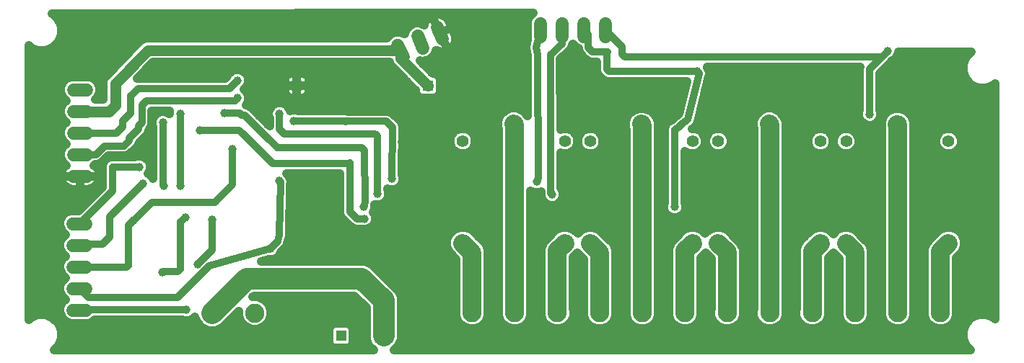
<source format=gbl>
G75*
%MOIN*%
%OFA0B0*%
%FSLAX25Y25*%
%IPPOS*%
%LPD*%
%AMOC8*
5,1,8,0,0,1.08239X$1,22.5*
%
%ADD10C,0.08858*%
%ADD11C,0.05543*%
%ADD12R,0.05150X0.05150*%
%ADD13C,0.06000*%
%ADD14C,0.04000*%
%ADD15C,0.03962*%
%ADD16C,0.03200*%
%ADD17C,0.08600*%
%ADD18C,0.10000*%
%ADD19C,0.05000*%
D10*
X0093768Y0026012D03*
X0113453Y0026012D03*
X0213827Y0026150D03*
X0233512Y0026150D03*
X0253197Y0026150D03*
X0272803Y0026150D03*
X0292488Y0026150D03*
X0312173Y0026150D03*
X0331661Y0026150D03*
X0351346Y0026150D03*
X0371031Y0026150D03*
X0390815Y0026169D03*
X0410500Y0026169D03*
X0430185Y0026169D03*
D11*
X0433886Y0058256D03*
X0386642Y0058256D03*
X0374772Y0058315D03*
X0327528Y0058315D03*
X0315717Y0058276D03*
X0268472Y0058276D03*
X0256740Y0058354D03*
X0209496Y0058354D03*
X0209496Y0105598D03*
X0233118Y0113472D03*
X0256740Y0105598D03*
X0268472Y0105520D03*
X0292094Y0113394D03*
X0315717Y0105520D03*
X0327528Y0105559D03*
X0351150Y0113433D03*
X0374772Y0105559D03*
X0386642Y0105500D03*
X0410264Y0113374D03*
X0433886Y0105500D03*
D12*
X0193492Y0131228D03*
X0132862Y0131228D03*
X0153335Y0015480D03*
X0173020Y0015480D03*
D13*
X0035606Y0027370D02*
X0029606Y0027370D01*
X0029606Y0037370D02*
X0035606Y0037370D01*
X0035606Y0047370D02*
X0029606Y0047370D01*
X0029606Y0057370D02*
X0035606Y0057370D01*
X0035606Y0067370D02*
X0029606Y0067370D01*
X0029843Y0089339D02*
X0035843Y0089339D01*
X0035843Y0099339D02*
X0029843Y0099339D01*
X0029843Y0109339D02*
X0035843Y0109339D01*
X0035843Y0119339D02*
X0029843Y0119339D01*
X0029843Y0129339D02*
X0035843Y0129339D01*
X0179598Y0149879D02*
X0182134Y0144441D01*
X0191197Y0148667D02*
X0188661Y0154105D01*
X0197724Y0158331D02*
X0200260Y0152893D01*
X0245402Y0153937D02*
X0245402Y0159937D01*
X0255402Y0159937D02*
X0255402Y0153937D01*
X0265402Y0153937D02*
X0265402Y0159937D01*
X0275402Y0159937D02*
X0275402Y0153937D01*
D14*
X0022761Y0010838D02*
X0020807Y0008883D01*
X0168303Y0008883D01*
X0166238Y0010949D01*
X0165020Y0013889D01*
X0165020Y0028485D01*
X0159608Y0033898D01*
X0112967Y0033898D01*
X0112511Y0033441D01*
X0114930Y0033441D01*
X0117661Y0032310D01*
X0119751Y0030220D01*
X0120882Y0027490D01*
X0120882Y0024534D01*
X0119751Y0021804D01*
X0117661Y0019714D01*
X0114930Y0018583D01*
X0111975Y0018583D01*
X0109244Y0019714D01*
X0107155Y0021804D01*
X0106024Y0024534D01*
X0106024Y0026954D01*
X0098299Y0019230D01*
X0095359Y0018012D01*
X0092176Y0018012D01*
X0089236Y0019230D01*
X0086986Y0021480D01*
X0085822Y0024289D01*
X0084719Y0023187D01*
X0082888Y0022428D01*
X0080907Y0022428D01*
X0079987Y0022809D01*
X0039531Y0022809D01*
X0039005Y0022284D01*
X0036800Y0021370D01*
X0028413Y0021370D01*
X0026208Y0022284D01*
X0024520Y0023971D01*
X0023606Y0026177D01*
X0023606Y0028564D01*
X0024520Y0030769D01*
X0026121Y0032370D01*
X0024520Y0033971D01*
X0023606Y0036177D01*
X0023606Y0038564D01*
X0024520Y0040769D01*
X0026121Y0042370D01*
X0024520Y0043971D01*
X0023606Y0046177D01*
X0023606Y0048564D01*
X0024520Y0050769D01*
X0026121Y0052370D01*
X0024520Y0053971D01*
X0023606Y0056177D01*
X0023606Y0058564D01*
X0024520Y0060769D01*
X0026121Y0062370D01*
X0024520Y0063971D01*
X0023606Y0066177D01*
X0023606Y0068564D01*
X0024520Y0070769D01*
X0026208Y0072457D01*
X0028413Y0073370D01*
X0032101Y0073370D01*
X0043085Y0084354D01*
X0043085Y0094545D01*
X0043785Y0096236D01*
X0045079Y0097530D01*
X0046770Y0098230D01*
X0058215Y0098230D01*
X0059135Y0098611D01*
X0061117Y0098611D01*
X0062948Y0097853D01*
X0064349Y0096451D01*
X0065107Y0094621D01*
X0065107Y0092639D01*
X0064349Y0090808D01*
X0064038Y0090497D01*
X0064719Y0090215D01*
X0066120Y0088814D01*
X0066431Y0088063D01*
X0066431Y0112231D01*
X0066050Y0113151D01*
X0066050Y0115133D01*
X0066809Y0116963D01*
X0068210Y0118364D01*
X0070041Y0119123D01*
X0072022Y0119123D01*
X0073853Y0118364D01*
X0074082Y0118136D01*
X0074082Y0119306D01*
X0074212Y0119620D01*
X0065946Y0119620D01*
X0065946Y0113227D01*
X0065246Y0111536D01*
X0064372Y0110662D01*
X0064372Y0110156D01*
X0063671Y0108465D01*
X0062377Y0107171D01*
X0060009Y0104803D01*
X0059341Y0103190D01*
X0058047Y0101896D01*
X0058047Y0101896D01*
X0055606Y0099455D01*
X0053915Y0098754D01*
X0045890Y0098754D01*
X0043868Y0096733D01*
X0043868Y0096733D01*
X0042574Y0095439D01*
X0040884Y0094739D01*
X0039728Y0094739D01*
X0039261Y0094272D01*
X0039751Y0093915D01*
X0040419Y0093247D01*
X0040974Y0092483D01*
X0041403Y0091642D01*
X0041695Y0090744D01*
X0041843Y0089811D01*
X0041843Y0089339D01*
X0032843Y0089339D01*
X0032843Y0089339D01*
X0041842Y0089339D01*
X0041843Y0088866D01*
X0041695Y0087934D01*
X0041403Y0087035D01*
X0040974Y0086194D01*
X0040419Y0085430D01*
X0039751Y0084762D01*
X0038987Y0084207D01*
X0038146Y0083778D01*
X0037248Y0083486D01*
X0036315Y0083339D01*
X0032843Y0083339D01*
X0032843Y0089338D01*
X0032842Y0089338D01*
X0032842Y0083339D01*
X0029370Y0083339D01*
X0028438Y0083486D01*
X0027539Y0083778D01*
X0026698Y0084207D01*
X0025934Y0084762D01*
X0025266Y0085430D01*
X0024711Y0086194D01*
X0024282Y0087035D01*
X0023990Y0087934D01*
X0023843Y0088866D01*
X0023843Y0089339D01*
X0032842Y0089339D01*
X0032842Y0089339D01*
X0023843Y0089339D01*
X0023843Y0089811D01*
X0023990Y0090744D01*
X0024282Y0091642D01*
X0024711Y0092483D01*
X0025266Y0093247D01*
X0025934Y0093915D01*
X0026424Y0094272D01*
X0024756Y0095940D01*
X0023843Y0098145D01*
X0023843Y0100532D01*
X0024756Y0102737D01*
X0026357Y0104339D01*
X0024756Y0105940D01*
X0023843Y0108145D01*
X0023843Y0110532D01*
X0024756Y0112737D01*
X0026357Y0114339D01*
X0024756Y0115940D01*
X0023843Y0118145D01*
X0023843Y0120532D01*
X0024756Y0122737D01*
X0026357Y0124339D01*
X0024756Y0125940D01*
X0023843Y0128145D01*
X0023843Y0130532D01*
X0024756Y0132737D01*
X0026444Y0134425D01*
X0028649Y0135339D01*
X0037036Y0135339D01*
X0039241Y0134425D01*
X0040929Y0132737D01*
X0041843Y0130532D01*
X0041843Y0128145D01*
X0040929Y0125940D01*
X0039828Y0124839D01*
X0043484Y0124839D01*
X0043484Y0132009D01*
X0043467Y0133057D01*
X0043484Y0133101D01*
X0043484Y0133149D01*
X0043885Y0134118D01*
X0044270Y0135092D01*
X0044303Y0135127D01*
X0044322Y0135171D01*
X0045063Y0135912D01*
X0059382Y0150717D01*
X0059400Y0150761D01*
X0060141Y0151502D01*
X0060870Y0152256D01*
X0060914Y0152275D01*
X0060947Y0152308D01*
X0061916Y0152709D01*
X0062877Y0153127D01*
X0062925Y0153127D01*
X0062969Y0153146D01*
X0064017Y0153146D01*
X0065065Y0153163D01*
X0065109Y0153146D01*
X0174454Y0153146D01*
X0175981Y0154812D01*
X0178144Y0155821D01*
X0180529Y0155925D01*
X0182657Y0155150D01*
X0183431Y0157278D01*
X0185044Y0159038D01*
X0187207Y0160047D01*
X0189592Y0160151D01*
X0191809Y0159344D01*
X0191925Y0159939D01*
X0192248Y0160827D01*
X0192706Y0161653D01*
X0193287Y0162397D01*
X0193978Y0163041D01*
X0194761Y0163569D01*
X0195189Y0163769D01*
X0198992Y0155612D01*
X0195189Y0163769D01*
X0195617Y0163968D01*
X0196524Y0164229D01*
X0197462Y0164344D01*
X0198406Y0164311D01*
X0199333Y0164131D01*
X0200220Y0163808D01*
X0201046Y0163350D01*
X0201790Y0162768D01*
X0202435Y0162078D01*
X0202963Y0161295D01*
X0204430Y0158148D01*
X0198992Y0155612D01*
X0198992Y0155612D01*
X0198992Y0155612D01*
X0202796Y0147455D01*
X0203224Y0147655D01*
X0204007Y0148183D01*
X0204697Y0148827D01*
X0205279Y0149571D01*
X0205737Y0150397D01*
X0206060Y0151285D01*
X0206240Y0152212D01*
X0206273Y0153156D01*
X0206158Y0154093D01*
X0205897Y0155001D01*
X0204430Y0158148D01*
X0198992Y0155612D01*
X0198992Y0155612D01*
X0202796Y0147455D01*
X0202368Y0147256D01*
X0201460Y0146995D01*
X0200523Y0146880D01*
X0199579Y0146913D01*
X0198652Y0147093D01*
X0197764Y0147416D01*
X0197234Y0147710D01*
X0196427Y0145493D01*
X0194814Y0143733D01*
X0192651Y0142725D01*
X0190266Y0142621D01*
X0189656Y0142843D01*
X0195695Y0136803D01*
X0196664Y0136803D01*
X0197766Y0136346D01*
X0198610Y0135503D01*
X0199067Y0134400D01*
X0199067Y0128057D01*
X0198610Y0126954D01*
X0197766Y0126110D01*
X0196664Y0125654D01*
X0190321Y0125654D01*
X0189218Y0126110D01*
X0188374Y0126954D01*
X0187917Y0128057D01*
X0187917Y0129025D01*
X0177751Y0139192D01*
X0176203Y0140739D01*
X0175621Y0142146D01*
X0066395Y0142146D01*
X0059105Y0134608D01*
X0099874Y0134608D01*
X0100798Y0135531D01*
X0101179Y0136451D01*
X0102580Y0137853D01*
X0104411Y0138611D01*
X0106392Y0138611D01*
X0108223Y0137853D01*
X0109624Y0136451D01*
X0110383Y0134621D01*
X0110383Y0132639D01*
X0109624Y0130808D01*
X0108430Y0129614D01*
X0109821Y0128223D01*
X0110580Y0126392D01*
X0110580Y0124411D01*
X0109821Y0122580D01*
X0109447Y0122206D01*
X0109624Y0122206D01*
X0111314Y0121506D01*
X0120290Y0112531D01*
X0120290Y0116286D01*
X0119909Y0117206D01*
X0119909Y0119188D01*
X0120667Y0121018D01*
X0122068Y0122420D01*
X0123899Y0123178D01*
X0125881Y0123178D01*
X0127711Y0122420D01*
X0129113Y0121018D01*
X0129751Y0119477D01*
X0130513Y0119792D01*
X0132495Y0119792D01*
X0133415Y0119411D01*
X0156395Y0119411D01*
X0156490Y0119372D01*
X0175057Y0119372D01*
X0176747Y0118671D01*
X0179675Y0115744D01*
X0179693Y0115736D01*
X0180321Y0115098D01*
X0180955Y0114464D01*
X0180962Y0114446D01*
X0180976Y0114431D01*
X0181312Y0113601D01*
X0181655Y0112773D01*
X0181655Y0112753D01*
X0181663Y0112735D01*
X0181655Y0111839D01*
X0181655Y0110943D01*
X0181648Y0110925D01*
X0181474Y0090030D01*
X0181839Y0089148D01*
X0181839Y0087167D01*
X0181081Y0085336D01*
X0179680Y0083935D01*
X0177849Y0083176D01*
X0175867Y0083176D01*
X0174844Y0083600D01*
X0174844Y0083116D01*
X0175265Y0082101D01*
X0175265Y0080119D01*
X0174506Y0078289D01*
X0173105Y0076887D01*
X0171274Y0076129D01*
X0169293Y0076129D01*
X0168851Y0076312D01*
X0168817Y0076229D01*
X0168847Y0076156D01*
X0168847Y0074175D01*
X0168197Y0072604D01*
X0168286Y0072514D01*
X0169044Y0070684D01*
X0169044Y0068702D01*
X0168286Y0066871D01*
X0166885Y0065470D01*
X0165054Y0064712D01*
X0163072Y0064712D01*
X0162342Y0065014D01*
X0159841Y0065014D01*
X0158150Y0065714D01*
X0156856Y0067008D01*
X0153588Y0070276D01*
X0152888Y0071967D01*
X0152888Y0090683D01*
X0128109Y0090683D01*
X0128916Y0089877D01*
X0129674Y0088046D01*
X0129674Y0087997D01*
X0129962Y0087301D01*
X0129962Y0087250D01*
X0129980Y0087204D01*
X0129962Y0086337D01*
X0129962Y0085471D01*
X0129943Y0085424D01*
X0129456Y0062341D01*
X0129523Y0061734D01*
X0129437Y0061434D01*
X0129430Y0061122D01*
X0129184Y0060563D01*
X0128605Y0058559D01*
X0128610Y0058370D01*
X0128352Y0057686D01*
X0128148Y0056984D01*
X0128030Y0056836D01*
X0127963Y0056658D01*
X0127462Y0056125D01*
X0127006Y0055554D01*
X0126840Y0055463D01*
X0125579Y0054122D01*
X0125136Y0053052D01*
X0123735Y0051651D01*
X0121904Y0050893D01*
X0120163Y0050893D01*
X0116570Y0049898D01*
X0164513Y0049898D01*
X0167453Y0048680D01*
X0177551Y0038581D01*
X0179802Y0036331D01*
X0181020Y0033391D01*
X0181020Y0013889D01*
X0179802Y0010949D01*
X0177737Y0008883D01*
X0444051Y0008883D01*
X0442018Y0010917D01*
X0440633Y0014261D01*
X0440633Y0017881D01*
X0442018Y0021225D01*
X0444578Y0023785D01*
X0447922Y0025170D01*
X0451542Y0025170D01*
X0454887Y0023785D01*
X0455502Y0023169D01*
X0455502Y0132229D01*
X0454879Y0131605D01*
X0451534Y0130220D01*
X0447914Y0130220D01*
X0444570Y0131605D01*
X0442010Y0134165D01*
X0440625Y0137509D01*
X0440625Y0141129D01*
X0442010Y0144473D01*
X0444339Y0146802D01*
X0410619Y0146802D01*
X0410619Y0146182D01*
X0409861Y0144352D01*
X0408459Y0142950D01*
X0407943Y0142736D01*
X0407097Y0141890D01*
X0407097Y0141890D01*
X0402088Y0136882D01*
X0402088Y0119871D01*
X0402469Y0118951D01*
X0402469Y0116970D01*
X0401711Y0115139D01*
X0400310Y0113738D01*
X0398479Y0112980D01*
X0396497Y0112980D01*
X0394667Y0113738D01*
X0393265Y0115139D01*
X0392507Y0116970D01*
X0392507Y0118951D01*
X0392888Y0119871D01*
X0392888Y0139702D01*
X0392968Y0139896D01*
X0322328Y0139896D01*
X0322407Y0139705D01*
X0322648Y0139464D01*
X0322865Y0138940D01*
X0323158Y0138454D01*
X0323212Y0138102D01*
X0323348Y0137773D01*
X0323348Y0137206D01*
X0323433Y0136644D01*
X0323348Y0136299D01*
X0323348Y0135943D01*
X0323131Y0135419D01*
X0318001Y0114633D01*
X0317918Y0113986D01*
X0317784Y0113752D01*
X0317719Y0113490D01*
X0317332Y0112964D01*
X0317008Y0112398D01*
X0316794Y0112233D01*
X0316634Y0112016D01*
X0316076Y0111679D01*
X0315574Y0111291D01*
X0316865Y0111291D01*
X0318986Y0110413D01*
X0320609Y0108789D01*
X0321488Y0106668D01*
X0321488Y0104372D01*
X0320609Y0102250D01*
X0318986Y0100627D01*
X0316865Y0099748D01*
X0314568Y0099748D01*
X0312447Y0100627D01*
X0312077Y0100997D01*
X0312051Y0077032D01*
X0312430Y0076117D01*
X0312430Y0074135D01*
X0311672Y0072304D01*
X0310270Y0070903D01*
X0308440Y0070145D01*
X0306458Y0070145D01*
X0304627Y0070903D01*
X0303226Y0072304D01*
X0302468Y0074135D01*
X0302468Y0076117D01*
X0302851Y0077042D01*
X0302888Y0110439D01*
X0302798Y0110905D01*
X0302889Y0111345D01*
X0302889Y0111794D01*
X0303071Y0112233D01*
X0303167Y0112698D01*
X0303419Y0113069D01*
X0303591Y0113484D01*
X0303928Y0113819D01*
X0304194Y0114213D01*
X0304569Y0114459D01*
X0304887Y0114777D01*
X0305326Y0114958D01*
X0306335Y0115623D01*
X0307636Y0116731D01*
X0307693Y0116830D01*
X0308330Y0117322D01*
X0308942Y0117843D01*
X0309051Y0117878D01*
X0309391Y0118141D01*
X0313108Y0133203D01*
X0276258Y0133203D01*
X0274568Y0133903D01*
X0273274Y0135197D01*
X0272250Y0136221D01*
X0271550Y0137912D01*
X0271550Y0142376D01*
X0268502Y0142376D01*
X0266812Y0143077D01*
X0265518Y0144371D01*
X0263707Y0146182D01*
X0263006Y0147872D01*
X0263006Y0148435D01*
X0262003Y0148850D01*
X0260402Y0150452D01*
X0260002Y0150052D01*
X0260002Y0149487D01*
X0259963Y0149395D01*
X0259959Y0149295D01*
X0259615Y0148552D01*
X0259301Y0147796D01*
X0259231Y0147726D01*
X0259189Y0147635D01*
X0258586Y0147081D01*
X0258007Y0146502D01*
X0257915Y0146464D01*
X0254617Y0143430D01*
X0254756Y0111024D01*
X0255592Y0111370D01*
X0257888Y0111370D01*
X0260010Y0110491D01*
X0261633Y0108868D01*
X0262512Y0106746D01*
X0262512Y0104450D01*
X0261633Y0102329D01*
X0260010Y0100705D01*
X0257888Y0099827D01*
X0255592Y0099827D01*
X0254803Y0100154D01*
X0254873Y0083880D01*
X0255057Y0083696D01*
X0255816Y0081865D01*
X0255816Y0079883D01*
X0255057Y0078052D01*
X0253656Y0076651D01*
X0251825Y0075893D01*
X0249844Y0075893D01*
X0248013Y0076651D01*
X0246612Y0078052D01*
X0245854Y0079883D01*
X0245854Y0080094D01*
X0245687Y0080490D01*
X0245687Y0080501D01*
X0245683Y0080510D01*
X0245683Y0081416D01*
X0245680Y0082244D01*
X0244699Y0081838D01*
X0242718Y0081838D01*
X0240887Y0082596D01*
X0240812Y0082671D01*
X0240812Y0027939D01*
X0240941Y0027627D01*
X0240941Y0024672D01*
X0239810Y0021941D01*
X0237720Y0019851D01*
X0234990Y0018720D01*
X0232034Y0018720D01*
X0229304Y0019851D01*
X0227214Y0021941D01*
X0226083Y0024672D01*
X0226083Y0027627D01*
X0226212Y0027939D01*
X0226212Y0111070D01*
X0225818Y0112020D01*
X0225818Y0114924D01*
X0226929Y0117608D01*
X0228983Y0119661D01*
X0231666Y0120772D01*
X0234570Y0120772D01*
X0237253Y0119661D01*
X0237647Y0119267D01*
X0239580Y0117334D01*
X0239465Y0145089D01*
X0239043Y0147175D01*
X0238980Y0147279D01*
X0238862Y0148068D01*
X0238704Y0148850D01*
X0238727Y0148969D01*
X0238709Y0149089D01*
X0238902Y0149863D01*
X0239055Y0150647D01*
X0239121Y0150747D01*
X0239537Y0152417D01*
X0239402Y0152744D01*
X0239402Y0161130D01*
X0240315Y0163336D01*
X0241985Y0165005D01*
X0019695Y0164602D01*
X0020091Y0164438D01*
X0022651Y0161879D01*
X0024036Y0158534D01*
X0024036Y0154914D01*
X0022651Y0151570D01*
X0020091Y0149010D01*
X0016747Y0147625D01*
X0013127Y0147625D01*
X0009783Y0149010D01*
X0009049Y0149744D01*
X0009189Y0023002D01*
X0009893Y0023706D01*
X0013237Y0025091D01*
X0016857Y0025091D01*
X0020202Y0023706D01*
X0022761Y0021146D01*
X0024146Y0017802D01*
X0024146Y0014182D01*
X0022761Y0010838D01*
X0021210Y0009287D02*
X0167899Y0009287D01*
X0165270Y0013285D02*
X0158909Y0013285D01*
X0158909Y0012309D02*
X0158453Y0011206D01*
X0157609Y0010362D01*
X0156506Y0009906D01*
X0150163Y0009906D01*
X0149060Y0010362D01*
X0148217Y0011206D01*
X0147760Y0012309D01*
X0147760Y0018652D01*
X0148217Y0019754D01*
X0149060Y0020598D01*
X0150163Y0021055D01*
X0156506Y0021055D01*
X0157609Y0020598D01*
X0158453Y0019754D01*
X0158909Y0018652D01*
X0158909Y0012309D01*
X0158909Y0017284D02*
X0165020Y0017284D01*
X0165020Y0021282D02*
X0119230Y0021282D01*
X0120882Y0025281D02*
X0165020Y0025281D01*
X0164226Y0029279D02*
X0120140Y0029279D01*
X0115324Y0033278D02*
X0160227Y0033278D01*
X0178856Y0037276D02*
X0206527Y0037276D01*
X0206527Y0041275D02*
X0174858Y0041275D01*
X0170859Y0045273D02*
X0206527Y0045273D01*
X0206527Y0049272D02*
X0166023Y0049272D01*
X0202196Y0056902D02*
X0203307Y0054219D01*
X0206527Y0051000D01*
X0206527Y0027939D01*
X0206398Y0027627D01*
X0206398Y0024672D01*
X0207529Y0021941D01*
X0209619Y0019851D01*
X0212349Y0018720D01*
X0215305Y0018720D01*
X0218035Y0019851D01*
X0220125Y0021941D01*
X0221256Y0024672D01*
X0221256Y0027627D01*
X0221127Y0027939D01*
X0221127Y0055476D01*
X0220015Y0058159D01*
X0217962Y0060212D01*
X0213631Y0064543D01*
X0210948Y0065654D01*
X0208044Y0065654D01*
X0205361Y0064543D01*
X0203307Y0062489D01*
X0202196Y0059806D01*
X0202196Y0056902D01*
X0202196Y0057269D02*
X0128231Y0057269D01*
X0129433Y0061268D02*
X0202801Y0061268D01*
X0207107Y0065266D02*
X0166392Y0065266D01*
X0159233Y0065266D02*
X0129517Y0065266D01*
X0129602Y0069265D02*
X0154600Y0069265D01*
X0152888Y0073263D02*
X0129686Y0073263D01*
X0129771Y0077262D02*
X0152888Y0077262D01*
X0152888Y0081260D02*
X0129855Y0081260D01*
X0129939Y0085259D02*
X0152888Y0085259D01*
X0152888Y0089257D02*
X0129172Y0089257D01*
X0168470Y0073263D02*
X0226212Y0073263D01*
X0226212Y0069265D02*
X0169044Y0069265D01*
X0173479Y0077262D02*
X0226212Y0077262D01*
X0226212Y0081260D02*
X0175265Y0081260D01*
X0181004Y0085259D02*
X0226212Y0085259D01*
X0226212Y0089257D02*
X0181794Y0089257D01*
X0181501Y0093256D02*
X0226212Y0093256D01*
X0226212Y0097254D02*
X0181534Y0097254D01*
X0181567Y0101253D02*
X0205679Y0101253D01*
X0206227Y0100705D02*
X0208348Y0099827D01*
X0210644Y0099827D01*
X0212765Y0100705D01*
X0214389Y0102329D01*
X0215268Y0104450D01*
X0215268Y0106746D01*
X0214389Y0108868D01*
X0212765Y0110491D01*
X0210644Y0111370D01*
X0208348Y0111370D01*
X0206227Y0110491D01*
X0204603Y0108868D01*
X0203724Y0106746D01*
X0203724Y0104450D01*
X0204603Y0102329D01*
X0206227Y0100705D01*
X0213313Y0101253D02*
X0226212Y0101253D01*
X0226212Y0105251D02*
X0215268Y0105251D01*
X0214007Y0109250D02*
X0226212Y0109250D01*
X0225818Y0113248D02*
X0181458Y0113248D01*
X0181634Y0109250D02*
X0204985Y0109250D01*
X0203724Y0105251D02*
X0181600Y0105251D01*
X0178172Y0117247D02*
X0226780Y0117247D01*
X0239564Y0121245D02*
X0128886Y0121245D01*
X0129992Y0125654D02*
X0132862Y0125654D01*
X0132862Y0131228D01*
X0132862Y0131228D01*
X0127287Y0131228D01*
X0127287Y0128358D01*
X0127403Y0127778D01*
X0127629Y0127233D01*
X0127957Y0126741D01*
X0128375Y0126323D01*
X0128866Y0125995D01*
X0129412Y0125769D01*
X0129992Y0125654D01*
X0132862Y0125654D02*
X0135732Y0125654D01*
X0136312Y0125769D01*
X0136858Y0125995D01*
X0137349Y0126323D01*
X0137767Y0126741D01*
X0138096Y0127233D01*
X0138322Y0127778D01*
X0138437Y0128358D01*
X0138437Y0131228D01*
X0132862Y0131228D01*
X0132862Y0131228D01*
X0132862Y0125654D01*
X0132862Y0129242D02*
X0132862Y0129242D01*
X0132862Y0131228D02*
X0132862Y0131228D01*
X0127287Y0131228D01*
X0127287Y0134099D01*
X0127403Y0134678D01*
X0127629Y0135224D01*
X0127957Y0135716D01*
X0128375Y0136133D01*
X0128866Y0136462D01*
X0129412Y0136688D01*
X0129992Y0136803D01*
X0132862Y0136803D01*
X0132862Y0131228D01*
X0132862Y0131228D01*
X0138437Y0131228D01*
X0138437Y0134099D01*
X0138322Y0134678D01*
X0138096Y0135224D01*
X0137767Y0135716D01*
X0137349Y0136133D01*
X0136858Y0136462D01*
X0136312Y0136688D01*
X0135732Y0136803D01*
X0132862Y0136803D01*
X0132862Y0131228D01*
X0127287Y0129242D02*
X0108802Y0129242D01*
X0110580Y0125244D02*
X0239547Y0125244D01*
X0239531Y0129242D02*
X0199067Y0129242D01*
X0187700Y0129242D02*
X0138437Y0129242D01*
X0138437Y0133241D02*
X0183702Y0133241D01*
X0179703Y0137239D02*
X0108837Y0137239D01*
X0110383Y0133241D02*
X0127287Y0133241D01*
X0132862Y0133241D02*
X0132862Y0133241D01*
X0120894Y0121245D02*
X0111575Y0121245D01*
X0115574Y0117247D02*
X0119909Y0117247D01*
X0119572Y0113248D02*
X0120290Y0113248D01*
X0067092Y0117247D02*
X0065946Y0117247D01*
X0065946Y0113248D02*
X0066050Y0113248D01*
X0066431Y0109250D02*
X0063996Y0109250D01*
X0066431Y0105251D02*
X0060457Y0105251D01*
X0057404Y0101253D02*
X0066431Y0101253D01*
X0066431Y0097254D02*
X0063546Y0097254D01*
X0065107Y0093256D02*
X0066431Y0093256D01*
X0066431Y0089257D02*
X0065677Y0089257D01*
X0044804Y0097254D02*
X0044389Y0097254D01*
X0043085Y0093256D02*
X0040411Y0093256D01*
X0041843Y0089257D02*
X0043085Y0089257D01*
X0043085Y0085259D02*
X0040248Y0085259D01*
X0032843Y0085259D02*
X0032842Y0085259D01*
X0032842Y0089257D02*
X0032843Y0089257D01*
X0025437Y0085259D02*
X0009120Y0085259D01*
X0009116Y0089257D02*
X0023843Y0089257D01*
X0025274Y0093256D02*
X0009111Y0093256D01*
X0009107Y0097254D02*
X0024212Y0097254D01*
X0024141Y0101253D02*
X0009103Y0101253D01*
X0009098Y0105251D02*
X0025445Y0105251D01*
X0023843Y0109250D02*
X0009094Y0109250D01*
X0009089Y0113248D02*
X0025267Y0113248D01*
X0024215Y0117247D02*
X0009085Y0117247D01*
X0009080Y0121245D02*
X0024138Y0121245D01*
X0025452Y0125244D02*
X0009076Y0125244D01*
X0009072Y0129242D02*
X0023843Y0129242D01*
X0025259Y0133241D02*
X0009067Y0133241D01*
X0009063Y0137239D02*
X0046347Y0137239D01*
X0043522Y0133241D02*
X0040426Y0133241D01*
X0041843Y0129242D02*
X0043484Y0129242D01*
X0043484Y0125244D02*
X0040233Y0125244D01*
X0061650Y0137239D02*
X0101967Y0137239D01*
X0065517Y0141238D02*
X0175997Y0141238D01*
X0191261Y0141238D02*
X0239481Y0141238D01*
X0239435Y0145236D02*
X0196191Y0145236D01*
X0201966Y0149235D02*
X0201966Y0149235D01*
X0205016Y0149235D02*
X0238745Y0149235D01*
X0239402Y0153233D02*
X0206263Y0153233D01*
X0204857Y0157232D02*
X0239402Y0157232D01*
X0239443Y0161230D02*
X0202993Y0161230D01*
X0196372Y0161230D02*
X0196372Y0161230D01*
X0192471Y0161230D02*
X0022920Y0161230D01*
X0024036Y0157232D02*
X0183414Y0157232D01*
X0174534Y0153233D02*
X0023340Y0153233D01*
X0020316Y0149235D02*
X0057948Y0149235D01*
X0054081Y0145236D02*
X0009054Y0145236D01*
X0009058Y0141238D02*
X0050214Y0141238D01*
X0009558Y0149235D02*
X0009049Y0149235D01*
X0009125Y0081260D02*
X0039991Y0081260D01*
X0035992Y0077262D02*
X0009129Y0077262D01*
X0009134Y0073263D02*
X0028154Y0073263D01*
X0023897Y0069265D02*
X0009138Y0069265D01*
X0009142Y0065266D02*
X0023983Y0065266D01*
X0025018Y0061268D02*
X0009147Y0061268D01*
X0009151Y0057269D02*
X0023606Y0057269D01*
X0025221Y0053270D02*
X0009156Y0053270D01*
X0009160Y0049272D02*
X0023900Y0049272D01*
X0023980Y0045273D02*
X0009164Y0045273D01*
X0009169Y0041275D02*
X0025026Y0041275D01*
X0023606Y0037276D02*
X0009173Y0037276D01*
X0009178Y0033278D02*
X0025213Y0033278D01*
X0023903Y0029279D02*
X0009182Y0029279D01*
X0009187Y0025281D02*
X0023977Y0025281D01*
X0022625Y0021282D02*
X0087183Y0021282D01*
X0100352Y0021282D02*
X0107676Y0021282D01*
X0106024Y0025281D02*
X0104351Y0025281D01*
X0147760Y0017284D02*
X0024146Y0017284D01*
X0023775Y0013285D02*
X0147760Y0013285D01*
X0178140Y0009287D02*
X0443648Y0009287D01*
X0441037Y0013285D02*
X0180770Y0013285D01*
X0181020Y0017284D02*
X0440633Y0017284D01*
X0436483Y0021961D02*
X0434393Y0019871D01*
X0431663Y0018740D01*
X0428707Y0018740D01*
X0425977Y0019871D01*
X0423887Y0021961D01*
X0422756Y0024692D01*
X0422756Y0027647D01*
X0422885Y0027959D01*
X0422885Y0056007D01*
X0423996Y0058690D01*
X0426050Y0060744D01*
X0429751Y0064445D01*
X0432434Y0065556D01*
X0435338Y0065556D01*
X0438021Y0064445D01*
X0440074Y0062391D01*
X0441186Y0059708D01*
X0441186Y0056804D01*
X0440074Y0054121D01*
X0437485Y0051531D01*
X0437485Y0027959D01*
X0437614Y0027647D01*
X0437614Y0024692D01*
X0436483Y0021961D01*
X0435805Y0021282D02*
X0442076Y0021282D01*
X0437614Y0025281D02*
X0455502Y0025281D01*
X0455502Y0029279D02*
X0437485Y0029279D01*
X0437485Y0033278D02*
X0455502Y0033278D01*
X0455502Y0037276D02*
X0437485Y0037276D01*
X0437485Y0041275D02*
X0455502Y0041275D01*
X0455502Y0045273D02*
X0437485Y0045273D01*
X0437485Y0049272D02*
X0455502Y0049272D01*
X0455502Y0053270D02*
X0439224Y0053270D01*
X0441186Y0057269D02*
X0455502Y0057269D01*
X0455502Y0061268D02*
X0440540Y0061268D01*
X0436038Y0065266D02*
X0455502Y0065266D01*
X0455502Y0069265D02*
X0417800Y0069265D01*
X0417800Y0073263D02*
X0455502Y0073263D01*
X0455502Y0077262D02*
X0417800Y0077262D01*
X0417800Y0081260D02*
X0455502Y0081260D01*
X0455502Y0085259D02*
X0417800Y0085259D01*
X0417800Y0089257D02*
X0455502Y0089257D01*
X0455502Y0093256D02*
X0417800Y0093256D01*
X0417800Y0097254D02*
X0455502Y0097254D01*
X0455502Y0101253D02*
X0437801Y0101253D01*
X0437155Y0100607D02*
X0438779Y0102231D01*
X0439657Y0104352D01*
X0439657Y0106648D01*
X0438779Y0108769D01*
X0437155Y0110393D01*
X0435034Y0111272D01*
X0432738Y0111272D01*
X0430616Y0110393D01*
X0428993Y0108769D01*
X0428114Y0106648D01*
X0428114Y0104352D01*
X0428993Y0102231D01*
X0430616Y0100607D01*
X0432738Y0099728D01*
X0435034Y0099728D01*
X0437155Y0100607D01*
X0429971Y0101253D02*
X0417800Y0101253D01*
X0417800Y0105251D02*
X0428114Y0105251D01*
X0429473Y0109250D02*
X0417800Y0109250D01*
X0417800Y0113248D02*
X0455502Y0113248D01*
X0455502Y0109250D02*
X0438299Y0109250D01*
X0439657Y0105251D02*
X0455502Y0105251D01*
X0455502Y0117247D02*
X0416700Y0117247D01*
X0416689Y0117273D02*
X0414635Y0119326D01*
X0414399Y0119563D01*
X0411716Y0120674D01*
X0408812Y0120674D01*
X0406129Y0119563D01*
X0404075Y0117509D01*
X0402964Y0114826D01*
X0402964Y0111922D01*
X0403200Y0111352D01*
X0403200Y0027959D01*
X0403071Y0027647D01*
X0403071Y0024692D01*
X0404202Y0021961D01*
X0406292Y0019871D01*
X0409022Y0018740D01*
X0411978Y0018740D01*
X0414708Y0019871D01*
X0416798Y0021961D01*
X0417929Y0024692D01*
X0417929Y0027647D01*
X0417800Y0027959D01*
X0417800Y0114590D01*
X0416689Y0117273D01*
X0403966Y0117247D02*
X0402469Y0117247D01*
X0402088Y0121245D02*
X0455502Y0121245D01*
X0455502Y0125244D02*
X0402088Y0125244D01*
X0402088Y0129242D02*
X0455502Y0129242D01*
X0442934Y0133241D02*
X0402088Y0133241D01*
X0402445Y0137239D02*
X0440737Y0137239D01*
X0440670Y0141238D02*
X0406444Y0141238D01*
X0410227Y0145236D02*
X0442774Y0145236D01*
X0392888Y0137239D02*
X0323348Y0137239D01*
X0322593Y0133241D02*
X0392888Y0133241D01*
X0392888Y0129242D02*
X0321607Y0129242D01*
X0320620Y0125244D02*
X0392888Y0125244D01*
X0392888Y0121245D02*
X0319633Y0121245D01*
X0318646Y0117247D02*
X0344828Y0117247D01*
X0344961Y0117568D02*
X0343850Y0114885D01*
X0343850Y0111981D01*
X0344046Y0111506D01*
X0344046Y0027939D01*
X0343917Y0027627D01*
X0343917Y0024672D01*
X0345048Y0021941D01*
X0347138Y0019851D01*
X0349869Y0018720D01*
X0352824Y0018720D01*
X0355555Y0019851D01*
X0357645Y0021941D01*
X0358776Y0024672D01*
X0358776Y0027627D01*
X0358646Y0027939D01*
X0358646Y0114688D01*
X0357535Y0117371D01*
X0355482Y0119425D01*
X0355285Y0119622D01*
X0352602Y0120733D01*
X0349698Y0120733D01*
X0347014Y0119622D01*
X0344961Y0117568D01*
X0343850Y0113248D02*
X0317541Y0113248D01*
X0322635Y0108828D02*
X0324258Y0110452D01*
X0326379Y0111331D01*
X0328676Y0111331D01*
X0330797Y0110452D01*
X0332421Y0108828D01*
X0333299Y0106707D01*
X0333299Y0104411D01*
X0332421Y0102290D01*
X0330797Y0100666D01*
X0328676Y0099787D01*
X0326379Y0099787D01*
X0324258Y0100666D01*
X0322635Y0102290D01*
X0321756Y0104411D01*
X0321756Y0106707D01*
X0322635Y0108828D01*
X0323056Y0109250D02*
X0320149Y0109250D01*
X0321488Y0105251D02*
X0321756Y0105251D01*
X0323672Y0101253D02*
X0319612Y0101253D01*
X0312073Y0097254D02*
X0344046Y0097254D01*
X0344046Y0093256D02*
X0312069Y0093256D01*
X0312064Y0089257D02*
X0344046Y0089257D01*
X0344046Y0085259D02*
X0312060Y0085259D01*
X0302860Y0085259D02*
X0299788Y0085259D01*
X0299788Y0089257D02*
X0302864Y0089257D01*
X0302869Y0093256D02*
X0299788Y0093256D01*
X0299788Y0097254D02*
X0302873Y0097254D01*
X0302878Y0101253D02*
X0299788Y0101253D01*
X0299788Y0105251D02*
X0302882Y0105251D01*
X0302886Y0109250D02*
X0299788Y0109250D01*
X0299788Y0113248D02*
X0303493Y0113248D01*
X0299788Y0114452D02*
X0298677Y0117135D01*
X0296623Y0119189D01*
X0296230Y0119582D01*
X0293547Y0120694D01*
X0290642Y0120694D01*
X0287959Y0119582D01*
X0285906Y0117529D01*
X0284794Y0114846D01*
X0284794Y0111942D01*
X0285188Y0110991D01*
X0285188Y0027939D01*
X0285059Y0027627D01*
X0285059Y0024672D01*
X0286190Y0021941D01*
X0288280Y0019851D01*
X0291010Y0018720D01*
X0293966Y0018720D01*
X0296696Y0019851D01*
X0298786Y0021941D01*
X0299917Y0024672D01*
X0299917Y0027627D01*
X0299788Y0027939D01*
X0299788Y0114452D01*
X0298565Y0117247D02*
X0308233Y0117247D01*
X0310157Y0121245D02*
X0254712Y0121245D01*
X0254729Y0117247D02*
X0285789Y0117247D01*
X0284794Y0113248D02*
X0254746Y0113248D01*
X0261251Y0109250D02*
X0264040Y0109250D01*
X0263579Y0108789D02*
X0262701Y0106668D01*
X0262701Y0104372D01*
X0263579Y0102250D01*
X0265203Y0100627D01*
X0267324Y0099748D01*
X0269620Y0099748D01*
X0271742Y0100627D01*
X0273365Y0102250D01*
X0274244Y0104372D01*
X0274244Y0106668D01*
X0273365Y0108789D01*
X0271742Y0110413D01*
X0269620Y0111291D01*
X0267324Y0111291D01*
X0265203Y0110413D01*
X0263579Y0108789D01*
X0262701Y0105251D02*
X0262512Y0105251D01*
X0260557Y0101253D02*
X0264577Y0101253D01*
X0272368Y0101253D02*
X0285188Y0101253D01*
X0285188Y0105251D02*
X0274244Y0105251D01*
X0272905Y0109250D02*
X0285188Y0109250D01*
X0285188Y0097254D02*
X0254815Y0097254D01*
X0254833Y0093256D02*
X0285188Y0093256D01*
X0285188Y0089257D02*
X0254850Y0089257D01*
X0254867Y0085259D02*
X0285188Y0085259D01*
X0285188Y0081260D02*
X0255816Y0081260D01*
X0254267Y0077262D02*
X0285188Y0077262D01*
X0285188Y0073263D02*
X0240812Y0073263D01*
X0240812Y0069265D02*
X0285188Y0069265D01*
X0285188Y0065266D02*
X0270672Y0065266D01*
X0269924Y0065576D02*
X0272608Y0064464D01*
X0276938Y0060134D01*
X0278992Y0058080D01*
X0280103Y0055397D01*
X0280103Y0027939D01*
X0280232Y0027627D01*
X0280232Y0024672D01*
X0279101Y0021941D01*
X0277011Y0019851D01*
X0274281Y0018720D01*
X0271325Y0018720D01*
X0268595Y0019851D01*
X0266505Y0021941D01*
X0265374Y0024672D01*
X0265374Y0027627D01*
X0265503Y0027939D01*
X0265503Y0050921D01*
X0262567Y0053857D01*
X0260497Y0051787D01*
X0260497Y0027939D01*
X0260626Y0027627D01*
X0260626Y0024672D01*
X0259495Y0021941D01*
X0257405Y0019851D01*
X0254675Y0018720D01*
X0251719Y0018720D01*
X0248989Y0019851D01*
X0246899Y0021941D01*
X0245768Y0024672D01*
X0245768Y0027627D01*
X0245897Y0027939D01*
X0245897Y0056263D01*
X0247008Y0058946D01*
X0249062Y0061000D01*
X0252605Y0064543D01*
X0255288Y0065654D01*
X0258192Y0065654D01*
X0260875Y0064543D01*
X0262646Y0062773D01*
X0264337Y0064464D01*
X0267020Y0065576D01*
X0269924Y0065576D01*
X0266273Y0065266D02*
X0259130Y0065266D01*
X0254351Y0065266D02*
X0240812Y0065266D01*
X0240812Y0061268D02*
X0249330Y0061268D01*
X0246314Y0057269D02*
X0240812Y0057269D01*
X0240812Y0053270D02*
X0245897Y0053270D01*
X0245897Y0049272D02*
X0240812Y0049272D01*
X0240812Y0045273D02*
X0245897Y0045273D01*
X0245897Y0041275D02*
X0240812Y0041275D01*
X0240812Y0037276D02*
X0245897Y0037276D01*
X0245897Y0033278D02*
X0240812Y0033278D01*
X0240812Y0029279D02*
X0245897Y0029279D01*
X0245768Y0025281D02*
X0240941Y0025281D01*
X0239151Y0021282D02*
X0247558Y0021282D01*
X0258836Y0021282D02*
X0267164Y0021282D01*
X0265374Y0025281D02*
X0260626Y0025281D01*
X0260497Y0029279D02*
X0265503Y0029279D01*
X0265503Y0033278D02*
X0260497Y0033278D01*
X0260497Y0037276D02*
X0265503Y0037276D01*
X0265503Y0041275D02*
X0260497Y0041275D01*
X0260497Y0045273D02*
X0265503Y0045273D01*
X0265503Y0049272D02*
X0260497Y0049272D01*
X0261980Y0053270D02*
X0263154Y0053270D01*
X0279328Y0057269D02*
X0285188Y0057269D01*
X0285188Y0053270D02*
X0280103Y0053270D01*
X0280103Y0049272D02*
X0285188Y0049272D01*
X0285188Y0045273D02*
X0280103Y0045273D01*
X0280103Y0041275D02*
X0285188Y0041275D01*
X0285188Y0037276D02*
X0280103Y0037276D01*
X0280103Y0033278D02*
X0285188Y0033278D01*
X0285188Y0029279D02*
X0280103Y0029279D01*
X0280232Y0025281D02*
X0285059Y0025281D01*
X0286849Y0021282D02*
X0278442Y0021282D01*
X0298127Y0021282D02*
X0306534Y0021282D01*
X0305875Y0021941D02*
X0307965Y0019851D01*
X0310695Y0018720D01*
X0313651Y0018720D01*
X0316381Y0019851D01*
X0318471Y0021941D01*
X0319602Y0024672D01*
X0319602Y0027627D01*
X0319473Y0027939D01*
X0319473Y0051709D01*
X0321642Y0053877D01*
X0324361Y0051157D01*
X0324361Y0027939D01*
X0324232Y0027627D01*
X0324232Y0024672D01*
X0325363Y0021941D01*
X0327453Y0019851D01*
X0330184Y0018720D01*
X0333139Y0018720D01*
X0335870Y0019851D01*
X0337960Y0021941D01*
X0339091Y0024672D01*
X0339091Y0027627D01*
X0338961Y0027939D01*
X0338961Y0055633D01*
X0337850Y0058316D01*
X0335797Y0060370D01*
X0331663Y0064504D01*
X0328980Y0065615D01*
X0326075Y0065615D01*
X0323392Y0064504D01*
X0321602Y0062714D01*
X0319852Y0064464D01*
X0317169Y0065576D01*
X0314264Y0065576D01*
X0311581Y0064464D01*
X0308038Y0060921D01*
X0305985Y0058867D01*
X0304873Y0056184D01*
X0304873Y0027939D01*
X0304744Y0027627D01*
X0304744Y0024672D01*
X0305875Y0021941D01*
X0304744Y0025281D02*
X0299917Y0025281D01*
X0299788Y0029279D02*
X0304873Y0029279D01*
X0304873Y0033278D02*
X0299788Y0033278D01*
X0299788Y0037276D02*
X0304873Y0037276D01*
X0304873Y0041275D02*
X0299788Y0041275D01*
X0299788Y0045273D02*
X0304873Y0045273D01*
X0304873Y0049272D02*
X0299788Y0049272D01*
X0299788Y0053270D02*
X0304873Y0053270D01*
X0305323Y0057269D02*
X0299788Y0057269D01*
X0299788Y0061268D02*
X0308385Y0061268D01*
X0313517Y0065266D02*
X0299788Y0065266D01*
X0299788Y0069265D02*
X0344046Y0069265D01*
X0344046Y0073263D02*
X0312069Y0073263D01*
X0312051Y0077262D02*
X0344046Y0077262D01*
X0344046Y0081260D02*
X0312056Y0081260D01*
X0302856Y0081260D02*
X0299788Y0081260D01*
X0299788Y0077262D02*
X0302851Y0077262D01*
X0302829Y0073263D02*
X0299788Y0073263D01*
X0317916Y0065266D02*
X0325233Y0065266D01*
X0329822Y0065266D02*
X0344046Y0065266D01*
X0344046Y0061268D02*
X0334899Y0061268D01*
X0338284Y0057269D02*
X0344046Y0057269D01*
X0344046Y0053270D02*
X0338961Y0053270D01*
X0338961Y0049272D02*
X0344046Y0049272D01*
X0344046Y0045273D02*
X0338961Y0045273D01*
X0338961Y0041275D02*
X0344046Y0041275D01*
X0344046Y0037276D02*
X0338961Y0037276D01*
X0338961Y0033278D02*
X0344046Y0033278D01*
X0344046Y0029279D02*
X0338961Y0029279D01*
X0339091Y0025281D02*
X0343917Y0025281D01*
X0345707Y0021282D02*
X0337301Y0021282D01*
X0326022Y0021282D02*
X0317812Y0021282D01*
X0319602Y0025281D02*
X0324232Y0025281D01*
X0324361Y0029279D02*
X0319473Y0029279D01*
X0319473Y0033278D02*
X0324361Y0033278D01*
X0324361Y0037276D02*
X0319473Y0037276D01*
X0319473Y0041275D02*
X0324361Y0041275D01*
X0324361Y0045273D02*
X0319473Y0045273D01*
X0319473Y0049272D02*
X0324361Y0049272D01*
X0322248Y0053270D02*
X0321035Y0053270D01*
X0285188Y0061268D02*
X0275804Y0061268D01*
X0247403Y0077262D02*
X0240812Y0077262D01*
X0240812Y0081260D02*
X0245683Y0081260D01*
X0226212Y0065266D02*
X0211886Y0065266D01*
X0216907Y0061268D02*
X0226212Y0061268D01*
X0226212Y0057269D02*
X0220384Y0057269D01*
X0221127Y0053270D02*
X0226212Y0053270D01*
X0226212Y0049272D02*
X0221127Y0049272D01*
X0221127Y0045273D02*
X0226212Y0045273D01*
X0226212Y0041275D02*
X0221127Y0041275D01*
X0221127Y0037276D02*
X0226212Y0037276D01*
X0226212Y0033278D02*
X0221127Y0033278D01*
X0221127Y0029279D02*
X0226212Y0029279D01*
X0226083Y0025281D02*
X0221256Y0025281D01*
X0219466Y0021282D02*
X0227873Y0021282D01*
X0208188Y0021282D02*
X0181020Y0021282D01*
X0181020Y0025281D02*
X0206398Y0025281D01*
X0206527Y0029279D02*
X0181020Y0029279D01*
X0181020Y0033278D02*
X0206527Y0033278D01*
X0204256Y0053270D02*
X0125226Y0053270D01*
X0254695Y0125244D02*
X0311144Y0125244D01*
X0312131Y0129242D02*
X0254678Y0129242D01*
X0254660Y0133241D02*
X0276168Y0133241D01*
X0271828Y0137239D02*
X0254643Y0137239D01*
X0254626Y0141238D02*
X0271550Y0141238D01*
X0264652Y0145236D02*
X0256581Y0145236D01*
X0259931Y0149235D02*
X0261619Y0149235D01*
X0239497Y0137239D02*
X0195259Y0137239D01*
X0199067Y0133241D02*
X0239514Y0133241D01*
X0200101Y0153233D02*
X0200101Y0153233D01*
X0198237Y0157232D02*
X0198237Y0157232D01*
X0202466Y0157232D02*
X0202466Y0157232D01*
X0331999Y0109250D02*
X0344046Y0109250D01*
X0344046Y0105251D02*
X0333299Y0105251D01*
X0331383Y0101253D02*
X0344046Y0101253D01*
X0358646Y0101253D02*
X0370916Y0101253D01*
X0371502Y0100666D02*
X0369879Y0102290D01*
X0369000Y0104411D01*
X0369000Y0106707D01*
X0369879Y0108828D01*
X0371502Y0110452D01*
X0373624Y0111331D01*
X0375920Y0111331D01*
X0378041Y0110452D01*
X0379665Y0108828D01*
X0380543Y0106707D01*
X0380543Y0104411D01*
X0379665Y0102290D01*
X0378041Y0100666D01*
X0375920Y0099787D01*
X0373624Y0099787D01*
X0371502Y0100666D01*
X0378628Y0101253D02*
X0382727Y0101253D01*
X0383372Y0100607D02*
X0385494Y0099728D01*
X0387790Y0099728D01*
X0389911Y0100607D01*
X0391535Y0102231D01*
X0392413Y0104352D01*
X0392413Y0106648D01*
X0391535Y0108769D01*
X0389911Y0110393D01*
X0387790Y0111272D01*
X0385494Y0111272D01*
X0383372Y0110393D01*
X0381749Y0108769D01*
X0380870Y0106648D01*
X0380870Y0104352D01*
X0381749Y0102231D01*
X0383372Y0100607D01*
X0390557Y0101253D02*
X0403200Y0101253D01*
X0403200Y0105251D02*
X0392413Y0105251D01*
X0391054Y0109250D02*
X0403200Y0109250D01*
X0402964Y0113248D02*
X0399128Y0113248D01*
X0395849Y0113248D02*
X0358646Y0113248D01*
X0358646Y0109250D02*
X0370300Y0109250D01*
X0369000Y0105251D02*
X0358646Y0105251D01*
X0358646Y0097254D02*
X0403200Y0097254D01*
X0403200Y0093256D02*
X0358646Y0093256D01*
X0358646Y0089257D02*
X0403200Y0089257D01*
X0403200Y0085259D02*
X0358646Y0085259D01*
X0358646Y0081260D02*
X0403200Y0081260D01*
X0403200Y0077262D02*
X0358646Y0077262D01*
X0358646Y0073263D02*
X0403200Y0073263D01*
X0403200Y0069265D02*
X0358646Y0069265D01*
X0358646Y0065266D02*
X0372477Y0065266D01*
X0373320Y0065615D02*
X0370637Y0064504D01*
X0366896Y0060763D01*
X0364843Y0058710D01*
X0363731Y0056027D01*
X0363731Y0027939D01*
X0363602Y0027627D01*
X0363602Y0024672D01*
X0364733Y0021941D01*
X0366823Y0019851D01*
X0369554Y0018720D01*
X0372509Y0018720D01*
X0375240Y0019851D01*
X0377330Y0021941D01*
X0378461Y0024672D01*
X0378461Y0027627D01*
X0378331Y0027939D01*
X0378331Y0051551D01*
X0380677Y0053897D01*
X0383515Y0051059D01*
X0383515Y0027959D01*
X0383386Y0027647D01*
X0383386Y0024692D01*
X0384517Y0021961D01*
X0386607Y0019871D01*
X0389337Y0018740D01*
X0392293Y0018740D01*
X0395023Y0019871D01*
X0397113Y0021961D01*
X0398244Y0024692D01*
X0398244Y0027647D01*
X0398115Y0027959D01*
X0398115Y0055535D01*
X0397004Y0058218D01*
X0394950Y0060271D01*
X0390777Y0064445D01*
X0388094Y0065556D01*
X0385190Y0065556D01*
X0382507Y0064445D01*
X0380736Y0062674D01*
X0378907Y0064504D01*
X0376224Y0065615D01*
X0373320Y0065615D01*
X0377066Y0065266D02*
X0384490Y0065266D01*
X0388794Y0065266D02*
X0403200Y0065266D01*
X0403200Y0061268D02*
X0393954Y0061268D01*
X0397397Y0057269D02*
X0403200Y0057269D01*
X0403200Y0053270D02*
X0398115Y0053270D01*
X0398115Y0049272D02*
X0403200Y0049272D01*
X0403200Y0045273D02*
X0398115Y0045273D01*
X0398115Y0041275D02*
X0403200Y0041275D01*
X0403200Y0037276D02*
X0398115Y0037276D01*
X0398115Y0033278D02*
X0403200Y0033278D01*
X0403200Y0029279D02*
X0398115Y0029279D01*
X0398244Y0025281D02*
X0403071Y0025281D01*
X0404880Y0021282D02*
X0396434Y0021282D01*
X0385195Y0021282D02*
X0376671Y0021282D01*
X0378461Y0025281D02*
X0383386Y0025281D01*
X0383515Y0029279D02*
X0378331Y0029279D01*
X0378331Y0033278D02*
X0383515Y0033278D01*
X0383515Y0037276D02*
X0378331Y0037276D01*
X0378331Y0041275D02*
X0383515Y0041275D01*
X0383515Y0045273D02*
X0378331Y0045273D01*
X0378331Y0049272D02*
X0383515Y0049272D01*
X0381303Y0053270D02*
X0380051Y0053270D01*
X0364246Y0057269D02*
X0358646Y0057269D01*
X0358646Y0053270D02*
X0363731Y0053270D01*
X0363731Y0049272D02*
X0358646Y0049272D01*
X0358646Y0045273D02*
X0363731Y0045273D01*
X0363731Y0041275D02*
X0358646Y0041275D01*
X0358646Y0037276D02*
X0363731Y0037276D01*
X0363731Y0033278D02*
X0358646Y0033278D01*
X0358646Y0029279D02*
X0363731Y0029279D01*
X0363602Y0025281D02*
X0358776Y0025281D01*
X0356986Y0021282D02*
X0365392Y0021282D01*
X0416119Y0021282D02*
X0424566Y0021282D01*
X0422756Y0025281D02*
X0417929Y0025281D01*
X0417800Y0029279D02*
X0422885Y0029279D01*
X0422885Y0033278D02*
X0417800Y0033278D01*
X0417800Y0037276D02*
X0422885Y0037276D01*
X0422885Y0041275D02*
X0417800Y0041275D01*
X0417800Y0045273D02*
X0422885Y0045273D01*
X0422885Y0049272D02*
X0417800Y0049272D01*
X0417800Y0053270D02*
X0422885Y0053270D01*
X0423408Y0057269D02*
X0417800Y0057269D01*
X0417800Y0061268D02*
X0426574Y0061268D01*
X0431734Y0065266D02*
X0417800Y0065266D01*
X0367400Y0061268D02*
X0358646Y0061268D01*
X0380543Y0105251D02*
X0380870Y0105251D01*
X0382229Y0109250D02*
X0379243Y0109250D01*
X0392507Y0117247D02*
X0357587Y0117247D01*
D15*
X0363512Y0119024D03*
X0397488Y0117961D03*
X0423984Y0119457D03*
X0405638Y0147173D03*
X0317803Y0137803D03*
X0304299Y0119142D03*
X0230047Y0121937D03*
X0176858Y0088157D03*
X0170283Y0081110D03*
X0163866Y0075165D03*
X0164063Y0069693D03*
X0124693Y0087055D03*
X0103197Y0101898D03*
X0088000Y0110559D03*
X0071031Y0114142D03*
X0079063Y0118315D03*
X0099535Y0118551D03*
X0105598Y0125402D03*
X0124890Y0118197D03*
X0131504Y0114811D03*
X0105402Y0133630D03*
X0060126Y0093630D03*
X0061898Y0085992D03*
X0071425Y0084811D03*
X0079063Y0084732D03*
X0081425Y0070047D03*
X0093748Y0069299D03*
X0120913Y0055874D03*
X0087055Y0048591D03*
X0070874Y0044732D03*
X0081898Y0027409D03*
X0060835Y0017094D03*
X0057606Y0068945D03*
X0243709Y0086819D03*
X0250835Y0080874D03*
X0307449Y0075126D03*
D16*
X0307488Y0110874D01*
X0309102Y0111937D01*
X0311228Y0113748D01*
X0313472Y0115480D01*
X0318748Y0136858D01*
X0317803Y0137803D01*
X0277173Y0137803D01*
X0276150Y0138827D01*
X0276150Y0146780D01*
X0276346Y0146976D01*
X0269417Y0146976D01*
X0267606Y0148787D01*
X0267606Y0154732D01*
X0265402Y0156937D01*
X0255402Y0156937D02*
X0255402Y0150402D01*
X0250008Y0145441D01*
X0250283Y0081425D01*
X0250835Y0080874D01*
X0243709Y0086819D02*
X0244299Y0088669D01*
X0244063Y0145559D01*
X0243394Y0148866D01*
X0245402Y0156937D01*
X0255402Y0156937D02*
X0255402Y0152173D01*
X0275402Y0156937D02*
X0283197Y0149142D01*
X0283197Y0145717D01*
X0284417Y0144496D01*
X0403197Y0144496D01*
X0397488Y0138787D01*
X0397488Y0117961D01*
X0403197Y0144496D02*
X0405638Y0146937D01*
X0405638Y0147173D01*
X0177055Y0111858D02*
X0176858Y0088157D01*
X0170244Y0082528D02*
X0170283Y0081110D01*
X0170244Y0082528D02*
X0170244Y0107961D01*
X0169732Y0108472D01*
X0169063Y0108472D01*
X0168748Y0108787D01*
X0156071Y0108787D01*
X0155835Y0109024D01*
X0127134Y0109024D01*
X0124890Y0111268D01*
X0124890Y0118197D01*
X0131504Y0114811D02*
X0155480Y0114811D01*
X0155598Y0114693D01*
X0155677Y0114772D01*
X0174142Y0114772D01*
X0177055Y0111858D01*
X0164142Y0101071D02*
X0162764Y0102449D01*
X0156898Y0102449D01*
X0156780Y0102567D01*
X0123866Y0102567D01*
X0120323Y0106110D01*
X0120205Y0106110D01*
X0108709Y0117606D01*
X0107291Y0117606D01*
X0106346Y0118551D01*
X0099535Y0118551D01*
X0104535Y0124220D02*
X0104535Y0124339D01*
X0105598Y0125402D01*
X0104535Y0124220D02*
X0063394Y0124220D01*
X0061346Y0122173D01*
X0061346Y0114142D01*
X0059772Y0112567D01*
X0059772Y0111071D01*
X0055441Y0106740D01*
X0055441Y0105795D01*
X0053000Y0103354D01*
X0043984Y0103354D01*
X0039969Y0099339D01*
X0032843Y0099339D01*
X0047685Y0093630D02*
X0060126Y0093630D01*
X0047685Y0093630D02*
X0047685Y0082449D01*
X0032606Y0067370D01*
X0043236Y0058000D02*
X0046504Y0061268D01*
X0046504Y0070441D01*
X0061898Y0085835D01*
X0061898Y0085992D01*
X0071031Y0085205D02*
X0071425Y0084811D01*
X0071031Y0085205D02*
X0071031Y0114142D01*
X0079063Y0118315D02*
X0079063Y0084732D01*
X0065953Y0077291D02*
X0095047Y0077291D01*
X0103157Y0085402D01*
X0103197Y0101898D01*
X0107646Y0109142D02*
X0107764Y0109142D01*
X0121622Y0095283D01*
X0157252Y0095283D01*
X0157488Y0095520D01*
X0157488Y0072882D01*
X0160756Y0069614D01*
X0163866Y0069614D01*
X0164063Y0069693D01*
X0163866Y0075165D02*
X0164299Y0077331D01*
X0164142Y0101071D01*
X0125362Y0086386D02*
X0124850Y0062134D01*
X0123984Y0059142D01*
X0120913Y0055874D01*
X0092488Y0048000D01*
X0077764Y0033276D01*
X0036819Y0033157D01*
X0032606Y0037370D01*
X0032606Y0047370D02*
X0054260Y0047370D01*
X0055126Y0047921D01*
X0055047Y0066386D01*
X0057606Y0068945D01*
X0065953Y0077291D01*
X0079043Y0068098D02*
X0081425Y0070047D01*
X0079043Y0068098D02*
X0079043Y0046366D01*
X0077803Y0045126D01*
X0071268Y0045126D01*
X0070874Y0044732D01*
X0087055Y0048591D02*
X0093748Y0055283D01*
X0093748Y0069299D01*
X0124693Y0087055D02*
X0125362Y0086386D01*
X0107646Y0109142D02*
X0106228Y0110559D01*
X0088000Y0110559D01*
X0056150Y0118433D02*
X0056150Y0126504D01*
X0059654Y0130008D01*
X0101780Y0130008D01*
X0105402Y0133630D01*
X0056150Y0118433D02*
X0052528Y0114811D01*
X0052528Y0112370D01*
X0049496Y0109339D01*
X0032843Y0109339D01*
X0033236Y0058000D02*
X0032606Y0057370D01*
X0033236Y0058000D02*
X0043236Y0058000D01*
X0032646Y0027409D02*
X0032606Y0027370D01*
X0032646Y0027409D02*
X0081898Y0027409D01*
D17*
X0209496Y0058354D02*
X0213827Y0054024D01*
X0213827Y0026150D01*
X0233512Y0026150D02*
X0233512Y0113079D01*
X0233118Y0113472D01*
X0292094Y0113394D02*
X0292488Y0113000D01*
X0292488Y0026150D01*
X0272803Y0026150D02*
X0272803Y0053945D01*
X0268472Y0058276D01*
X0256740Y0058354D02*
X0253197Y0054811D01*
X0253197Y0026150D01*
X0312173Y0026150D02*
X0312173Y0054732D01*
X0315717Y0058276D01*
X0327528Y0058315D02*
X0331661Y0054181D01*
X0331661Y0026150D01*
X0351346Y0026150D02*
X0351346Y0113236D01*
X0351150Y0113433D01*
X0410264Y0113374D02*
X0410500Y0113138D01*
X0410500Y0026169D01*
X0430185Y0026169D02*
X0430185Y0054555D01*
X0433886Y0058256D01*
X0390815Y0054083D02*
X0390815Y0026169D01*
X0371031Y0026150D02*
X0371031Y0054575D01*
X0374772Y0058315D01*
X0386642Y0058256D02*
X0390815Y0054083D01*
D18*
X0173020Y0031799D02*
X0173020Y0015480D01*
X0173020Y0031799D02*
X0162921Y0041898D01*
X0109654Y0041898D01*
X0093768Y0026012D01*
D19*
X0046110Y0119339D02*
X0032843Y0119339D01*
X0046110Y0119339D02*
X0048984Y0122213D01*
X0048984Y0132055D01*
X0064063Y0147646D01*
X0180380Y0147646D01*
X0180866Y0147160D01*
X0180866Y0143854D01*
X0193492Y0131228D01*
M02*

</source>
